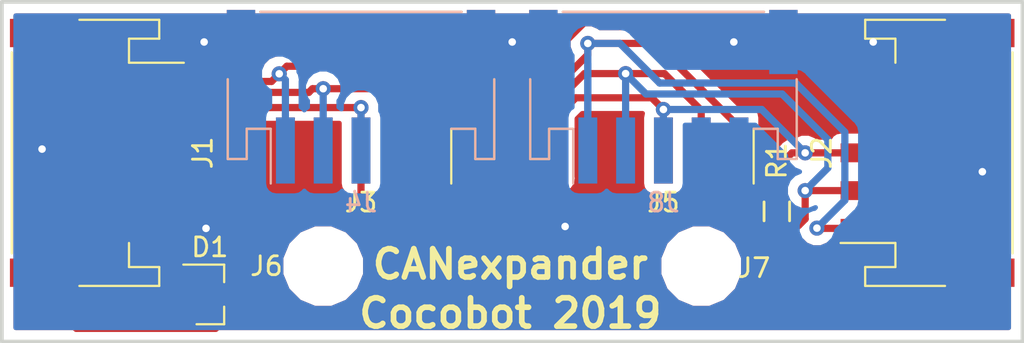
<source format=kicad_pcb>
(kicad_pcb (version 20171130) (host pcbnew "(5.0.0-rc2-108-g8444b1b61-dirty)")

  (general
    (thickness 1.6)
    (drawings 6)
    (tracks 172)
    (zones 0)
    (modules 10)
    (nets 7)
  )

  (page A4)
  (layers
    (0 F.Cu signal)
    (31 B.Cu signal)
    (32 B.Adhes user)
    (33 F.Adhes user)
    (34 B.Paste user)
    (35 F.Paste user)
    (36 B.SilkS user)
    (37 F.SilkS user)
    (38 B.Mask user)
    (39 F.Mask user)
    (40 Dwgs.User user)
    (41 Cmts.User user)
    (42 Eco1.User user)
    (43 Eco2.User user)
    (44 Edge.Cuts user)
    (45 Margin user)
    (46 B.CrtYd user)
    (47 F.CrtYd user)
    (48 B.Fab user hide)
    (49 F.Fab user hide)
  )

  (setup
    (last_trace_width 0.381)
    (user_trace_width 0.381)
    (user_trace_width 0.5)
    (trace_clearance 0.2)
    (zone_clearance 0.508)
    (zone_45_only no)
    (trace_min 0.2)
    (segment_width 0.2)
    (edge_width 0.2)
    (via_size 0.8)
    (via_drill 0.4)
    (via_min_size 0.4)
    (via_min_drill 0.3)
    (uvia_size 0.3)
    (uvia_drill 0.1)
    (uvias_allowed no)
    (uvia_min_size 0.2)
    (uvia_min_drill 0.1)
    (pcb_text_width 0.3)
    (pcb_text_size 1.5 1.5)
    (mod_edge_width 0.15)
    (mod_text_size 1 1)
    (mod_text_width 0.15)
    (pad_size 1.5 1.5)
    (pad_drill 0.6)
    (pad_to_mask_clearance 0)
    (aux_axis_origin 0 0)
    (visible_elements FFFFFF7F)
    (pcbplotparams
      (layerselection 0x010fc_ffffffff)
      (usegerberextensions false)
      (usegerberattributes false)
      (usegerberadvancedattributes false)
      (creategerberjobfile false)
      (excludeedgelayer true)
      (linewidth 0.100000)
      (plotframeref false)
      (viasonmask false)
      (mode 1)
      (useauxorigin false)
      (hpglpennumber 1)
      (hpglpenspeed 20)
      (hpglpendiameter 15.000000)
      (psnegative false)
      (psa4output false)
      (plotreference true)
      (plotvalue true)
      (plotinvisibletext false)
      (padsonsilk false)
      (subtractmaskfromsilk false)
      (outputformat 1)
      (mirror false)
      (drillshape 1)
      (scaleselection 1)
      (outputdirectory ""))
  )

  (net 0 "")
  (net 1 GND)
  (net 2 "Net-(J1-Pad1)")
  (net 3 "Net-(D1-Pad1)")
  (net 4 "Net-(D1-Pad2)")
  (net 5 "Net-(J6-Pad1)")
  (net 6 "Net-(J7-Pad1)")

  (net_class Default "This is the default net class."
    (clearance 0.2)
    (trace_width 0.25)
    (via_dia 0.8)
    (via_drill 0.4)
    (uvia_dia 0.3)
    (uvia_drill 0.1)
    (add_net GND)
    (add_net "Net-(D1-Pad1)")
    (add_net "Net-(D1-Pad2)")
    (add_net "Net-(J1-Pad1)")
    (add_net "Net-(J6-Pad1)")
    (add_net "Net-(J7-Pad1)")
  )

  (module espitall:JST_PH_S5B-PH-SM4-TB_05x2.00mm_Angled (layer B.Cu) (tedit 5B240A0B) (tstamp 5B2415B9)
    (at 85 55)
    (descr "JST PH series connector, S5B-PH-SM4-TB, side entry type, surface mount, Datasheet: http://www.jst-mfg.com/product/pdf/eng/ePH.pdf")
    (tags "connector jst ph")
    (path /5B249965)
    (attr smd)
    (fp_text reference J8 (at 0 5.625) (layer B.SilkS)
      (effects (font (size 1 1) (thickness 0.15)) (justify mirror))
    )
    (fp_text value CocobotCAN (at 0 -5.375) (layer B.Fab)
      (effects (font (size 1 1) (thickness 0.15)) (justify mirror))
    )
    (fp_text user %R (at 0 -1.5) (layer B.Fab)
      (effects (font (size 1 1) (thickness 0.15)) (justify mirror))
    )
    (fp_line (start 7.6 5.13) (end -7.6 5.13) (layer B.CrtYd) (width 0.05))
    (fp_line (start 7.6 -5.07) (end 7.6 5.13) (layer B.CrtYd) (width 0.05))
    (fp_line (start -7.6 -5.07) (end 7.6 -5.07) (layer B.CrtYd) (width 0.05))
    (fp_line (start -7.6 5.13) (end -7.6 -5.07) (layer B.CrtYd) (width 0.05))
    (fp_line (start -4 0.625) (end -3 1.625) (layer B.Fab) (width 0.1))
    (fp_line (start -5 1.625) (end -4 0.625) (layer B.Fab) (width 0.1))
    (fp_line (start -4.775 1.725) (end -4.775 4.625) (layer B.SilkS) (width 0.12))
    (fp_line (start -5.325 -4.475) (end 5.325 -4.475) (layer B.SilkS) (width 0.12))
    (fp_line (start 6.05 1.725) (end 4.775 1.725) (layer B.SilkS) (width 0.12))
    (fp_line (start 6.05 3.325) (end 6.05 1.725) (layer B.SilkS) (width 0.12))
    (fp_line (start 7.05 3.325) (end 6.05 3.325) (layer B.SilkS) (width 0.12))
    (fp_line (start 7.05 -0.9) (end 7.05 3.325) (layer B.SilkS) (width 0.12))
    (fp_line (start -7.05 3.325) (end -7.05 -0.9) (layer B.SilkS) (width 0.12))
    (fp_line (start -6.05 3.325) (end -7.05 3.325) (layer B.SilkS) (width 0.12))
    (fp_line (start -6.05 1.725) (end -6.05 3.325) (layer B.SilkS) (width 0.12))
    (fp_line (start -4.775 1.725) (end -6.05 1.725) (layer B.SilkS) (width 0.12))
    (fp_line (start 6.15 1.625) (end -6.15 1.625) (layer B.Fab) (width 0.1))
    (fp_line (start 6.15 3.225) (end 6.15 1.625) (layer B.Fab) (width 0.1))
    (fp_line (start 6.95 3.225) (end 6.15 3.225) (layer B.Fab) (width 0.1))
    (fp_line (start 6.95 -4.375) (end 6.95 3.225) (layer B.Fab) (width 0.1))
    (fp_line (start -6.95 -4.375) (end 6.95 -4.375) (layer B.Fab) (width 0.1))
    (fp_line (start -6.95 3.225) (end -6.95 -4.375) (layer B.Fab) (width 0.1))
    (fp_line (start -6.15 3.225) (end -6.95 3.225) (layer B.Fab) (width 0.1))
    (fp_line (start -6.15 1.625) (end -6.15 3.225) (layer B.Fab) (width 0.1))
    (pad case smd rect (at 6.35 -2.875) (size 1.5 3.4) (layers B.Cu B.Paste B.Mask)
      (net 1 GND))
    (pad case smd rect (at -6.35 -2.875) (size 1.5 3.4) (layers B.Cu B.Paste B.Mask)
      (net 1 GND))
    (pad 5 smd rect (at 4 2.875) (size 1 3.5) (layers B.Cu B.Paste B.Mask)
      (net 1 GND))
    (pad 4 smd rect (at 2 2.875) (size 1 3.5) (layers B.Cu B.Paste B.Mask)
      (net 1 GND))
    (pad 3 smd rect (at 0 2.875) (size 1 3.5) (layers B.Cu B.Paste B.Mask)
      (net 3 "Net-(D1-Pad1)"))
    (pad 2 smd rect (at -2 2.875) (size 1 3.5) (layers B.Cu B.Paste B.Mask)
      (net 4 "Net-(D1-Pad2)"))
    (pad 1 smd rect (at -4 2.875) (size 1 3.5) (layers B.Cu B.Paste B.Mask)
      (net 2 "Net-(J1-Pad1)"))
    (model /home/damien/prog/cocobot/hardware/step/S5B-PH-SM4-TB.STEP
      (offset (xyz -13.9 12.7 0))
      (scale (xyz 1 1 1))
      (rotate (xyz -90 0 0))
    )
  )

  (module espitall:JST_PH_S5B-PH-SM4-TB_05x2.00mm_Angled (layer F.Cu) (tedit 5B240A0B) (tstamp 5B240F40)
    (at 85 55 180)
    (descr "JST PH series connector, S5B-PH-SM4-TB, side entry type, surface mount, Datasheet: http://www.jst-mfg.com/product/pdf/eng/ePH.pdf")
    (tags "connector jst ph")
    (path /5B0AD0AB)
    (attr smd)
    (fp_text reference J5 (at 0 -5.625 180) (layer F.SilkS)
      (effects (font (size 1 1) (thickness 0.15)))
    )
    (fp_text value CocobotCAN (at 0 5.375 180) (layer F.Fab)
      (effects (font (size 1 1) (thickness 0.15)))
    )
    (fp_text user %R (at 0 1.5 180) (layer F.Fab)
      (effects (font (size 1 1) (thickness 0.15)))
    )
    (fp_line (start 7.6 -5.13) (end -7.6 -5.13) (layer F.CrtYd) (width 0.05))
    (fp_line (start 7.6 5.07) (end 7.6 -5.13) (layer F.CrtYd) (width 0.05))
    (fp_line (start -7.6 5.07) (end 7.6 5.07) (layer F.CrtYd) (width 0.05))
    (fp_line (start -7.6 -5.13) (end -7.6 5.07) (layer F.CrtYd) (width 0.05))
    (fp_line (start -4 -0.625) (end -3 -1.625) (layer F.Fab) (width 0.1))
    (fp_line (start -5 -1.625) (end -4 -0.625) (layer F.Fab) (width 0.1))
    (fp_line (start -4.775 -1.725) (end -4.775 -4.625) (layer F.SilkS) (width 0.12))
    (fp_line (start -5.325 4.475) (end 5.325 4.475) (layer F.SilkS) (width 0.12))
    (fp_line (start 6.05 -1.725) (end 4.775 -1.725) (layer F.SilkS) (width 0.12))
    (fp_line (start 6.05 -3.325) (end 6.05 -1.725) (layer F.SilkS) (width 0.12))
    (fp_line (start 7.05 -3.325) (end 6.05 -3.325) (layer F.SilkS) (width 0.12))
    (fp_line (start 7.05 0.9) (end 7.05 -3.325) (layer F.SilkS) (width 0.12))
    (fp_line (start -7.05 -3.325) (end -7.05 0.9) (layer F.SilkS) (width 0.12))
    (fp_line (start -6.05 -3.325) (end -7.05 -3.325) (layer F.SilkS) (width 0.12))
    (fp_line (start -6.05 -1.725) (end -6.05 -3.325) (layer F.SilkS) (width 0.12))
    (fp_line (start -4.775 -1.725) (end -6.05 -1.725) (layer F.SilkS) (width 0.12))
    (fp_line (start 6.15 -1.625) (end -6.15 -1.625) (layer F.Fab) (width 0.1))
    (fp_line (start 6.15 -3.225) (end 6.15 -1.625) (layer F.Fab) (width 0.1))
    (fp_line (start 6.95 -3.225) (end 6.15 -3.225) (layer F.Fab) (width 0.1))
    (fp_line (start 6.95 4.375) (end 6.95 -3.225) (layer F.Fab) (width 0.1))
    (fp_line (start -6.95 4.375) (end 6.95 4.375) (layer F.Fab) (width 0.1))
    (fp_line (start -6.95 -3.225) (end -6.95 4.375) (layer F.Fab) (width 0.1))
    (fp_line (start -6.15 -3.225) (end -6.95 -3.225) (layer F.Fab) (width 0.1))
    (fp_line (start -6.15 -1.625) (end -6.15 -3.225) (layer F.Fab) (width 0.1))
    (pad case smd rect (at 6.35 2.875 180) (size 1.5 3.4) (layers F.Cu F.Paste F.Mask)
      (net 1 GND))
    (pad case smd rect (at -6.35 2.875 180) (size 1.5 3.4) (layers F.Cu F.Paste F.Mask)
      (net 1 GND))
    (pad 5 smd rect (at 4 -2.875 180) (size 1 3.5) (layers F.Cu F.Paste F.Mask)
      (net 1 GND))
    (pad 4 smd rect (at 2 -2.875 180) (size 1 3.5) (layers F.Cu F.Paste F.Mask)
      (net 1 GND))
    (pad 3 smd rect (at 0 -2.875 180) (size 1 3.5) (layers F.Cu F.Paste F.Mask)
      (net 3 "Net-(D1-Pad1)"))
    (pad 2 smd rect (at -2 -2.875 180) (size 1 3.5) (layers F.Cu F.Paste F.Mask)
      (net 4 "Net-(D1-Pad2)"))
    (pad 1 smd rect (at -4 -2.875 180) (size 1 3.5) (layers F.Cu F.Paste F.Mask)
      (net 2 "Net-(J1-Pad1)"))
    (model /home/damien/prog/cocobot/hardware/step/S5B-PH-SM4-TB.STEP
      (offset (xyz -13.9 12.7 0))
      (scale (xyz 1 1 1))
      (rotate (xyz -90 0 0))
    )
  )

  (module espitall:JST_PH_S5B-PH-SM4-TB_05x2.00mm_Angled (layer B.Cu) (tedit 5B240A0B) (tstamp 5B240F1D)
    (at 69 55)
    (descr "JST PH series connector, S5B-PH-SM4-TB, side entry type, surface mount, Datasheet: http://www.jst-mfg.com/product/pdf/eng/ePH.pdf")
    (tags "connector jst ph")
    (path /5B0AD07D)
    (attr smd)
    (fp_text reference J4 (at 0 5.625) (layer B.SilkS)
      (effects (font (size 1 1) (thickness 0.15)) (justify mirror))
    )
    (fp_text value CocobotCAN (at 0 -5.375) (layer B.Fab)
      (effects (font (size 1 1) (thickness 0.15)) (justify mirror))
    )
    (fp_line (start -6.15 1.625) (end -6.15 3.225) (layer B.Fab) (width 0.1))
    (fp_line (start -6.15 3.225) (end -6.95 3.225) (layer B.Fab) (width 0.1))
    (fp_line (start -6.95 3.225) (end -6.95 -4.375) (layer B.Fab) (width 0.1))
    (fp_line (start -6.95 -4.375) (end 6.95 -4.375) (layer B.Fab) (width 0.1))
    (fp_line (start 6.95 -4.375) (end 6.95 3.225) (layer B.Fab) (width 0.1))
    (fp_line (start 6.95 3.225) (end 6.15 3.225) (layer B.Fab) (width 0.1))
    (fp_line (start 6.15 3.225) (end 6.15 1.625) (layer B.Fab) (width 0.1))
    (fp_line (start 6.15 1.625) (end -6.15 1.625) (layer B.Fab) (width 0.1))
    (fp_line (start -4.775 1.725) (end -6.05 1.725) (layer B.SilkS) (width 0.12))
    (fp_line (start -6.05 1.725) (end -6.05 3.325) (layer B.SilkS) (width 0.12))
    (fp_line (start -6.05 3.325) (end -7.05 3.325) (layer B.SilkS) (width 0.12))
    (fp_line (start -7.05 3.325) (end -7.05 -0.9) (layer B.SilkS) (width 0.12))
    (fp_line (start 7.05 -0.9) (end 7.05 3.325) (layer B.SilkS) (width 0.12))
    (fp_line (start 7.05 3.325) (end 6.05 3.325) (layer B.SilkS) (width 0.12))
    (fp_line (start 6.05 3.325) (end 6.05 1.725) (layer B.SilkS) (width 0.12))
    (fp_line (start 6.05 1.725) (end 4.775 1.725) (layer B.SilkS) (width 0.12))
    (fp_line (start -5.325 -4.475) (end 5.325 -4.475) (layer B.SilkS) (width 0.12))
    (fp_line (start -4.775 1.725) (end -4.775 4.625) (layer B.SilkS) (width 0.12))
    (fp_line (start -5 1.625) (end -4 0.625) (layer B.Fab) (width 0.1))
    (fp_line (start -4 0.625) (end -3 1.625) (layer B.Fab) (width 0.1))
    (fp_line (start -7.6 5.13) (end -7.6 -5.07) (layer B.CrtYd) (width 0.05))
    (fp_line (start -7.6 -5.07) (end 7.6 -5.07) (layer B.CrtYd) (width 0.05))
    (fp_line (start 7.6 -5.07) (end 7.6 5.13) (layer B.CrtYd) (width 0.05))
    (fp_line (start 7.6 5.13) (end -7.6 5.13) (layer B.CrtYd) (width 0.05))
    (fp_text user %R (at 0 -1.5) (layer B.Fab)
      (effects (font (size 1 1) (thickness 0.15)) (justify mirror))
    )
    (pad 1 smd rect (at -4 2.875) (size 1 3.5) (layers B.Cu B.Paste B.Mask)
      (net 2 "Net-(J1-Pad1)"))
    (pad 2 smd rect (at -2 2.875) (size 1 3.5) (layers B.Cu B.Paste B.Mask)
      (net 4 "Net-(D1-Pad2)"))
    (pad 3 smd rect (at 0 2.875) (size 1 3.5) (layers B.Cu B.Paste B.Mask)
      (net 3 "Net-(D1-Pad1)"))
    (pad 4 smd rect (at 2 2.875) (size 1 3.5) (layers B.Cu B.Paste B.Mask)
      (net 1 GND))
    (pad 5 smd rect (at 4 2.875) (size 1 3.5) (layers B.Cu B.Paste B.Mask)
      (net 1 GND))
    (pad case smd rect (at -6.35 -2.875) (size 1.5 3.4) (layers B.Cu B.Paste B.Mask)
      (net 1 GND))
    (pad case smd rect (at 6.35 -2.875) (size 1.5 3.4) (layers B.Cu B.Paste B.Mask)
      (net 1 GND))
    (model /home/damien/prog/cocobot/hardware/step/S5B-PH-SM4-TB.STEP
      (offset (xyz -13.9 12.7 0))
      (scale (xyz 1 1 1))
      (rotate (xyz -90 0 0))
    )
  )

  (module espitall:JST_PH_S5B-PH-SM4-TB_05x2.00mm_Angled locked (layer F.Cu) (tedit 5B240A0B) (tstamp 5B240EFA)
    (at 69 55 180)
    (descr "JST PH series connector, S5B-PH-SM4-TB, side entry type, surface mount, Datasheet: http://www.jst-mfg.com/product/pdf/eng/ePH.pdf")
    (tags "connector jst ph")
    (path /5B0AD01A)
    (attr smd)
    (fp_text reference J3 (at 0 -5.625 180) (layer F.SilkS)
      (effects (font (size 1 1) (thickness 0.15)))
    )
    (fp_text value CocobotCAN (at 0 5.375 180) (layer F.Fab)
      (effects (font (size 1 1) (thickness 0.15)))
    )
    (fp_text user %R (at 0 1.5 180) (layer F.Fab)
      (effects (font (size 1 1) (thickness 0.15)))
    )
    (fp_line (start 7.6 -5.13) (end -7.6 -5.13) (layer F.CrtYd) (width 0.05))
    (fp_line (start 7.6 5.07) (end 7.6 -5.13) (layer F.CrtYd) (width 0.05))
    (fp_line (start -7.6 5.07) (end 7.6 5.07) (layer F.CrtYd) (width 0.05))
    (fp_line (start -7.6 -5.13) (end -7.6 5.07) (layer F.CrtYd) (width 0.05))
    (fp_line (start -4 -0.625) (end -3 -1.625) (layer F.Fab) (width 0.1))
    (fp_line (start -5 -1.625) (end -4 -0.625) (layer F.Fab) (width 0.1))
    (fp_line (start -4.775 -1.725) (end -4.775 -4.625) (layer F.SilkS) (width 0.12))
    (fp_line (start -5.325 4.475) (end 5.325 4.475) (layer F.SilkS) (width 0.12))
    (fp_line (start 6.05 -1.725) (end 4.775 -1.725) (layer F.SilkS) (width 0.12))
    (fp_line (start 6.05 -3.325) (end 6.05 -1.725) (layer F.SilkS) (width 0.12))
    (fp_line (start 7.05 -3.325) (end 6.05 -3.325) (layer F.SilkS) (width 0.12))
    (fp_line (start 7.05 0.9) (end 7.05 -3.325) (layer F.SilkS) (width 0.12))
    (fp_line (start -7.05 -3.325) (end -7.05 0.9) (layer F.SilkS) (width 0.12))
    (fp_line (start -6.05 -3.325) (end -7.05 -3.325) (layer F.SilkS) (width 0.12))
    (fp_line (start -6.05 -1.725) (end -6.05 -3.325) (layer F.SilkS) (width 0.12))
    (fp_line (start -4.775 -1.725) (end -6.05 -1.725) (layer F.SilkS) (width 0.12))
    (fp_line (start 6.15 -1.625) (end -6.15 -1.625) (layer F.Fab) (width 0.1))
    (fp_line (start 6.15 -3.225) (end 6.15 -1.625) (layer F.Fab) (width 0.1))
    (fp_line (start 6.95 -3.225) (end 6.15 -3.225) (layer F.Fab) (width 0.1))
    (fp_line (start 6.95 4.375) (end 6.95 -3.225) (layer F.Fab) (width 0.1))
    (fp_line (start -6.95 4.375) (end 6.95 4.375) (layer F.Fab) (width 0.1))
    (fp_line (start -6.95 -3.225) (end -6.95 4.375) (layer F.Fab) (width 0.1))
    (fp_line (start -6.15 -3.225) (end -6.95 -3.225) (layer F.Fab) (width 0.1))
    (fp_line (start -6.15 -1.625) (end -6.15 -3.225) (layer F.Fab) (width 0.1))
    (pad case smd rect (at 6.35 2.875 180) (size 1.5 3.4) (layers F.Cu F.Paste F.Mask)
      (net 1 GND))
    (pad case smd rect (at -6.35 2.875 180) (size 1.5 3.4) (layers F.Cu F.Paste F.Mask)
      (net 1 GND))
    (pad 5 smd rect (at 4 -2.875 180) (size 1 3.5) (layers F.Cu F.Paste F.Mask)
      (net 1 GND))
    (pad 4 smd rect (at 2 -2.875 180) (size 1 3.5) (layers F.Cu F.Paste F.Mask)
      (net 1 GND))
    (pad 3 smd rect (at 0 -2.875 180) (size 1 3.5) (layers F.Cu F.Paste F.Mask)
      (net 3 "Net-(D1-Pad1)"))
    (pad 2 smd rect (at -2 -2.875 180) (size 1 3.5) (layers F.Cu F.Paste F.Mask)
      (net 4 "Net-(D1-Pad2)"))
    (pad 1 smd rect (at -4 -2.875 180) (size 1 3.5) (layers F.Cu F.Paste F.Mask)
      (net 2 "Net-(J1-Pad1)"))
    (model /home/damien/prog/cocobot/hardware/step/S5B-PH-SM4-TB.STEP
      (offset (xyz -13.9 12.7 0))
      (scale (xyz 1 1 1))
      (rotate (xyz -90 0 0))
    )
  )

  (module espitall:JST_PH_S5B-PH-SM4-TB_05x2.00mm_Angled (layer F.Cu) (tedit 5B240A0B) (tstamp 5B240ED7)
    (at 99 58 90)
    (descr "JST PH series connector, S5B-PH-SM4-TB, side entry type, surface mount, Datasheet: http://www.jst-mfg.com/product/pdf/eng/ePH.pdf")
    (tags "connector jst ph")
    (path /5B0ACFE1)
    (attr smd)
    (fp_text reference J2 (at 0 -5.625 90) (layer F.SilkS)
      (effects (font (size 1 1) (thickness 0.15)))
    )
    (fp_text value CocobotCAN (at 0 5.375 90) (layer F.Fab)
      (effects (font (size 1 1) (thickness 0.15)))
    )
    (fp_line (start -6.15 -1.625) (end -6.15 -3.225) (layer F.Fab) (width 0.1))
    (fp_line (start -6.15 -3.225) (end -6.95 -3.225) (layer F.Fab) (width 0.1))
    (fp_line (start -6.95 -3.225) (end -6.95 4.375) (layer F.Fab) (width 0.1))
    (fp_line (start -6.95 4.375) (end 6.95 4.375) (layer F.Fab) (width 0.1))
    (fp_line (start 6.95 4.375) (end 6.95 -3.225) (layer F.Fab) (width 0.1))
    (fp_line (start 6.95 -3.225) (end 6.15 -3.225) (layer F.Fab) (width 0.1))
    (fp_line (start 6.15 -3.225) (end 6.15 -1.625) (layer F.Fab) (width 0.1))
    (fp_line (start 6.15 -1.625) (end -6.15 -1.625) (layer F.Fab) (width 0.1))
    (fp_line (start -4.775 -1.725) (end -6.05 -1.725) (layer F.SilkS) (width 0.12))
    (fp_line (start -6.05 -1.725) (end -6.05 -3.325) (layer F.SilkS) (width 0.12))
    (fp_line (start -6.05 -3.325) (end -7.05 -3.325) (layer F.SilkS) (width 0.12))
    (fp_line (start -7.05 -3.325) (end -7.05 0.9) (layer F.SilkS) (width 0.12))
    (fp_line (start 7.05 0.9) (end 7.05 -3.325) (layer F.SilkS) (width 0.12))
    (fp_line (start 7.05 -3.325) (end 6.05 -3.325) (layer F.SilkS) (width 0.12))
    (fp_line (start 6.05 -3.325) (end 6.05 -1.725) (layer F.SilkS) (width 0.12))
    (fp_line (start 6.05 -1.725) (end 4.775 -1.725) (layer F.SilkS) (width 0.12))
    (fp_line (start -5.325 4.475) (end 5.325 4.475) (layer F.SilkS) (width 0.12))
    (fp_line (start -4.775 -1.725) (end -4.775 -4.625) (layer F.SilkS) (width 0.12))
    (fp_line (start -5 -1.625) (end -4 -0.625) (layer F.Fab) (width 0.1))
    (fp_line (start -4 -0.625) (end -3 -1.625) (layer F.Fab) (width 0.1))
    (fp_line (start -7.6 -5.13) (end -7.6 5.07) (layer F.CrtYd) (width 0.05))
    (fp_line (start -7.6 5.07) (end 7.6 5.07) (layer F.CrtYd) (width 0.05))
    (fp_line (start 7.6 5.07) (end 7.6 -5.13) (layer F.CrtYd) (width 0.05))
    (fp_line (start 7.6 -5.13) (end -7.6 -5.13) (layer F.CrtYd) (width 0.05))
    (fp_text user %R (at 0 1.5 90) (layer F.Fab)
      (effects (font (size 1 1) (thickness 0.15)))
    )
    (pad 1 smd rect (at -4 -2.875 90) (size 1 3.5) (layers F.Cu F.Paste F.Mask)
      (net 2 "Net-(J1-Pad1)"))
    (pad 2 smd rect (at -2 -2.875 90) (size 1 3.5) (layers F.Cu F.Paste F.Mask)
      (net 4 "Net-(D1-Pad2)"))
    (pad 3 smd rect (at 0 -2.875 90) (size 1 3.5) (layers F.Cu F.Paste F.Mask)
      (net 3 "Net-(D1-Pad1)"))
    (pad 4 smd rect (at 2 -2.875 90) (size 1 3.5) (layers F.Cu F.Paste F.Mask)
      (net 1 GND))
    (pad 5 smd rect (at 4 -2.875 90) (size 1 3.5) (layers F.Cu F.Paste F.Mask)
      (net 1 GND))
    (pad case smd rect (at -6.35 2.875 90) (size 1.5 3.4) (layers F.Cu F.Paste F.Mask)
      (net 1 GND))
    (pad case smd rect (at 6.35 2.875 90) (size 1.5 3.4) (layers F.Cu F.Paste F.Mask)
      (net 1 GND))
    (model /home/damien/prog/cocobot/hardware/step/S5B-PH-SM4-TB.STEP
      (offset (xyz -13.9 12.7 0))
      (scale (xyz 1 1 1))
      (rotate (xyz -90 0 0))
    )
  )

  (module espitall:JST_PH_S5B-PH-SM4-TB_05x2.00mm_Angled (layer F.Cu) (tedit 5B240A0B) (tstamp 5B240EB4)
    (at 55 58 270)
    (descr "JST PH series connector, S5B-PH-SM4-TB, side entry type, surface mount, Datasheet: http://www.jst-mfg.com/product/pdf/eng/ePH.pdf")
    (tags "connector jst ph")
    (path /5B0ACFB2)
    (attr smd)
    (fp_text reference J1 (at 0 -5.625 270) (layer F.SilkS)
      (effects (font (size 1 1) (thickness 0.15)))
    )
    (fp_text value CocobotCAN (at 0 5.375 270) (layer F.Fab)
      (effects (font (size 1 1) (thickness 0.15)))
    )
    (fp_text user %R (at 0 1.5 270) (layer F.Fab)
      (effects (font (size 1 1) (thickness 0.15)))
    )
    (fp_line (start 7.6 -5.13) (end -7.6 -5.13) (layer F.CrtYd) (width 0.05))
    (fp_line (start 7.6 5.07) (end 7.6 -5.13) (layer F.CrtYd) (width 0.05))
    (fp_line (start -7.6 5.07) (end 7.6 5.07) (layer F.CrtYd) (width 0.05))
    (fp_line (start -7.6 -5.13) (end -7.6 5.07) (layer F.CrtYd) (width 0.05))
    (fp_line (start -4 -0.625) (end -3 -1.625) (layer F.Fab) (width 0.1))
    (fp_line (start -5 -1.625) (end -4 -0.625) (layer F.Fab) (width 0.1))
    (fp_line (start -4.775 -1.725) (end -4.775 -4.625) (layer F.SilkS) (width 0.12))
    (fp_line (start -5.325 4.475) (end 5.325 4.475) (layer F.SilkS) (width 0.12))
    (fp_line (start 6.05 -1.725) (end 4.775 -1.725) (layer F.SilkS) (width 0.12))
    (fp_line (start 6.05 -3.325) (end 6.05 -1.725) (layer F.SilkS) (width 0.12))
    (fp_line (start 7.05 -3.325) (end 6.05 -3.325) (layer F.SilkS) (width 0.12))
    (fp_line (start 7.05 0.9) (end 7.05 -3.325) (layer F.SilkS) (width 0.12))
    (fp_line (start -7.05 -3.325) (end -7.05 0.9) (layer F.SilkS) (width 0.12))
    (fp_line (start -6.05 -3.325) (end -7.05 -3.325) (layer F.SilkS) (width 0.12))
    (fp_line (start -6.05 -1.725) (end -6.05 -3.325) (layer F.SilkS) (width 0.12))
    (fp_line (start -4.775 -1.725) (end -6.05 -1.725) (layer F.SilkS) (width 0.12))
    (fp_line (start 6.15 -1.625) (end -6.15 -1.625) (layer F.Fab) (width 0.1))
    (fp_line (start 6.15 -3.225) (end 6.15 -1.625) (layer F.Fab) (width 0.1))
    (fp_line (start 6.95 -3.225) (end 6.15 -3.225) (layer F.Fab) (width 0.1))
    (fp_line (start 6.95 4.375) (end 6.95 -3.225) (layer F.Fab) (width 0.1))
    (fp_line (start -6.95 4.375) (end 6.95 4.375) (layer F.Fab) (width 0.1))
    (fp_line (start -6.95 -3.225) (end -6.95 4.375) (layer F.Fab) (width 0.1))
    (fp_line (start -6.15 -3.225) (end -6.95 -3.225) (layer F.Fab) (width 0.1))
    (fp_line (start -6.15 -1.625) (end -6.15 -3.225) (layer F.Fab) (width 0.1))
    (pad case smd rect (at 6.35 2.875 270) (size 1.5 3.4) (layers F.Cu F.Paste F.Mask)
      (net 1 GND))
    (pad case smd rect (at -6.35 2.875 270) (size 1.5 3.4) (layers F.Cu F.Paste F.Mask)
      (net 1 GND))
    (pad 5 smd rect (at 4 -2.875 270) (size 1 3.5) (layers F.Cu F.Paste F.Mask)
      (net 1 GND))
    (pad 4 smd rect (at 2 -2.875 270) (size 1 3.5) (layers F.Cu F.Paste F.Mask)
      (net 1 GND))
    (pad 3 smd rect (at 0 -2.875 270) (size 1 3.5) (layers F.Cu F.Paste F.Mask)
      (net 3 "Net-(D1-Pad1)"))
    (pad 2 smd rect (at -2 -2.875 270) (size 1 3.5) (layers F.Cu F.Paste F.Mask)
      (net 4 "Net-(D1-Pad2)"))
    (pad 1 smd rect (at -4 -2.875 270) (size 1 3.5) (layers F.Cu F.Paste F.Mask)
      (net 2 "Net-(J1-Pad1)"))
    (model /home/damien/prog/cocobot/hardware/step/S5B-PH-SM4-TB.STEP
      (offset (xyz -13.9 12.7 0))
      (scale (xyz 1 1 1))
      (rotate (xyz -90 0 0))
    )
  )

  (module espitall:SOT-23 (layer F.Cu) (tedit 59D9DAD5) (tstamp 5B200279)
    (at 61 65.5)
    (descr "SOT-23, Standard")
    (tags SOT-23)
    (path /5B201D11)
    (attr smd)
    (fp_text reference D1 (at 0 -2.5) (layer F.SilkS)
      (effects (font (size 1 1) (thickness 0.15)))
    )
    (fp_text value NUP2105LT1G (at 0 2.5) (layer F.Fab)
      (effects (font (size 1 1) (thickness 0.15)))
    )
    (fp_text user %R (at 0 0) (layer F.Fab)
      (effects (font (size 0.5 0.5) (thickness 0.075)))
    )
    (fp_line (start -0.7 -0.95) (end -0.7 1.5) (layer F.Fab) (width 0.1))
    (fp_line (start -0.15 -1.52) (end 0.7 -1.52) (layer F.Fab) (width 0.1))
    (fp_line (start -0.7 -0.95) (end -0.15 -1.52) (layer F.Fab) (width 0.1))
    (fp_line (start 0.7 -1.52) (end 0.7 1.52) (layer F.Fab) (width 0.1))
    (fp_line (start -0.7 1.52) (end 0.7 1.52) (layer F.Fab) (width 0.1))
    (fp_line (start 0.76 1.58) (end 0.76 0.65) (layer F.SilkS) (width 0.12))
    (fp_line (start 0.76 -1.58) (end 0.76 -0.65) (layer F.SilkS) (width 0.12))
    (fp_line (start -1.7 -1.75) (end 1.7 -1.75) (layer F.CrtYd) (width 0.05))
    (fp_line (start 1.7 -1.75) (end 1.7 1.75) (layer F.CrtYd) (width 0.05))
    (fp_line (start 1.7 1.75) (end -1.7 1.75) (layer F.CrtYd) (width 0.05))
    (fp_line (start -1.7 1.75) (end -1.7 -1.75) (layer F.CrtYd) (width 0.05))
    (fp_line (start 0.76 -1.58) (end -1.4 -1.58) (layer F.SilkS) (width 0.12))
    (fp_line (start 0.76 1.58) (end -0.7 1.58) (layer F.SilkS) (width 0.12))
    (pad 1 smd rect (at -1 -0.95) (size 0.9 0.8) (layers F.Cu F.Paste F.Mask)
      (net 3 "Net-(D1-Pad1)"))
    (pad 2 smd rect (at -1 0.95) (size 0.9 0.8) (layers F.Cu F.Paste F.Mask)
      (net 4 "Net-(D1-Pad2)"))
    (pad 3 smd rect (at 1 0) (size 0.9 0.8) (layers F.Cu F.Paste F.Mask)
      (net 1 GND))
    (model /home/damien/prog/cocobot/hardware/step/SW3DPS-SOT-23-DEFAULT.STEP
      (offset (xyz 0 0 0.4999999924907534))
      (scale (xyz 1 1 1))
      (rotate (xyz -90 0 -90))
    )
  )

  (module Mounting_Holes:MountingHole_3.2mm_M3 (layer F.Cu) (tedit 56D1B4CB) (tstamp 5B0AD88C)
    (at 67 64)
    (descr "Mounting Hole 3.2mm, no annular, M3")
    (tags "mounting hole 3.2mm no annular m3")
    (path /5B0AF4BC)
    (attr virtual)
    (fp_text reference J6 (at -3 0) (layer F.SilkS)
      (effects (font (size 1 1) (thickness 0.15)))
    )
    (fp_text value Conn_01x01 (at 0 4.2) (layer F.Fab)
      (effects (font (size 1 1) (thickness 0.15)))
    )
    (fp_circle (center 0 0) (end 3.45 0) (layer F.CrtYd) (width 0.05))
    (fp_circle (center 0 0) (end 3.2 0) (layer Cmts.User) (width 0.15))
    (fp_text user %R (at 0.3 0) (layer F.Fab)
      (effects (font (size 1 1) (thickness 0.15)))
    )
    (pad 1 np_thru_hole circle (at 0 0) (size 3.2 3.2) (drill 3.2) (layers *.Cu *.Mask)
      (net 5 "Net-(J6-Pad1)"))
  )

  (module Mounting_Holes:MountingHole_3.2mm_M3 (layer F.Cu) (tedit 56D1B4CB) (tstamp 5B0AD894)
    (at 87 64)
    (descr "Mounting Hole 3.2mm, no annular, M3")
    (tags "mounting hole 3.2mm no annular m3")
    (path /5B0AF504)
    (attr virtual)
    (fp_text reference J7 (at 2.8 0.1) (layer F.SilkS)
      (effects (font (size 1 1) (thickness 0.15)))
    )
    (fp_text value Conn_01x01 (at 0 4.2) (layer F.Fab)
      (effects (font (size 1 1) (thickness 0.15)))
    )
    (fp_text user %R (at 0.3 0) (layer F.Fab)
      (effects (font (size 1 1) (thickness 0.15)))
    )
    (fp_circle (center 0 0) (end 3.2 0) (layer Cmts.User) (width 0.15))
    (fp_circle (center 0 0) (end 3.45 0) (layer F.CrtYd) (width 0.05))
    (pad 1 np_thru_hole circle (at 0 0) (size 3.2 3.2) (drill 3.2) (layers *.Cu *.Mask)
      (net 6 "Net-(J7-Pad1)"))
  )

  (module espitall:R_0603 (layer F.Cu) (tedit 59D9CCBF) (tstamp 5B0AD8A0)
    (at 91 61.1 270)
    (descr "Resistor SMD 0603, reflow soldering, Vishay (see dcrcw.pdf)")
    (tags "resistor 0603")
    (path /5B0AF678)
    (attr smd)
    (fp_text reference R1 (at -2.674 0.004 90) (layer F.SilkS)
      (effects (font (size 1 1) (thickness 0.15)))
    )
    (fp_text value 120 (at 0 1.9 270) (layer F.Fab)
      (effects (font (size 1 1) (thickness 0.15)))
    )
    (fp_line (start -1.3 -0.8) (end 1.3 -0.8) (layer F.CrtYd) (width 0.05))
    (fp_line (start -1.3 0.8) (end 1.3 0.8) (layer F.CrtYd) (width 0.05))
    (fp_line (start -1.3 -0.8) (end -1.3 0.8) (layer F.CrtYd) (width 0.05))
    (fp_line (start 1.3 -0.8) (end 1.3 0.8) (layer F.CrtYd) (width 0.05))
    (fp_line (start 0.5 0.675) (end -0.5 0.675) (layer F.SilkS) (width 0.15))
    (fp_line (start -0.5 -0.675) (end 0.5 -0.675) (layer F.SilkS) (width 0.15))
    (pad 1 smd rect (at -0.75 0 270) (size 0.5 0.9) (layers F.Cu F.Paste F.Mask)
      (net 3 "Net-(D1-Pad1)"))
    (pad 2 smd rect (at 0.75 0 270) (size 0.5 0.9) (layers F.Cu F.Paste F.Mask)
      (net 4 "Net-(D1-Pad2)"))
    (model "/home/damien/prog/cocobot/hardware/step/SW3DPS-RESISTOR 0603-DEFAULT.STEP"
      (at (xyz 0 0 0))
      (scale (xyz 1 1 1))
      (rotate (xyz -90 0 0))
    )
  )

  (gr_text "Cocobot 2019" (at 76.9 66.5) (layer F.SilkS) (tstamp 5B0AE197)
    (effects (font (size 1.5 1.5) (thickness 0.3)))
  )
  (gr_text CANexpander (at 76.9 63.9) (layer F.SilkS) (tstamp 5B0AE18D)
    (effects (font (size 1.5 1.5) (thickness 0.3)))
  )
  (gr_line (start 50 50) (end 104 50) (layer Edge.Cuts) (width 0.2))
  (gr_line (start 104 50) (end 104 68) (layer Edge.Cuts) (width 0.2))
  (gr_line (start 50 68) (end 104 68) (layer Edge.Cuts) (width 0.2))
  (gr_line (start 50 50) (end 50 68) (layer Edge.Cuts) (width 0.2))

  (segment (start 81 57.875) (end 83 57.875) (width 0.381) (layer F.Cu) (net 1))
  (segment (start 81 60.006) (end 77.206 63.8) (width 0.381) (layer F.Cu) (net 1))
  (segment (start 81 57.875) (end 81 60.006) (width 0.381) (layer F.Cu) (net 1))
  (segment (start 77.206 63.8) (end 70.4 63.8) (width 0.381) (layer F.Cu) (net 1))
  (segment (start 67 60.4) (end 67 57.875) (width 0.381) (layer F.Cu) (net 1))
  (segment (start 70.4 63.8) (end 67 60.4) (width 0.381) (layer F.Cu) (net 1))
  (segment (start 67 57.875) (end 65 57.875) (width 0.381) (layer F.Cu) (net 1))
  (segment (start 65 57.875) (end 62.625 57.875) (width 0.381) (layer F.Cu) (net 1))
  (segment (start 60.5 60) (end 57.875 60) (width 0.381) (layer F.Cu) (net 1))
  (segment (start 62.625 57.875) (end 60.5 60) (width 0.381) (layer F.Cu) (net 1))
  (segment (start 57.875 60) (end 57.875 62) (width 0.381) (layer F.Cu) (net 1))
  (segment (start 52.125 65.481) (end 53.944 67.3) (width 0.381) (layer F.Cu) (net 1))
  (segment (start 52.125 64.35) (end 52.125 65.481) (width 0.381) (layer F.Cu) (net 1))
  (segment (start 53.944 67.3) (end 61.3 67.3) (width 0.381) (layer F.Cu) (net 1))
  (segment (start 62 66.6) (end 62 65.5) (width 0.381) (layer F.Cu) (net 1))
  (segment (start 61.3 67.3) (end 62 66.6) (width 0.381) (layer F.Cu) (net 1))
  (segment (start 52.125 64.35) (end 52.125 63.219) (width 0.381) (layer F.Cu) (net 1))
  (segment (start 52.125 51.65) (end 58.85 51.65) (width 0.381) (layer F.Cu) (net 1))
  (segment (start 59.325 52.125) (end 62.65 52.125) (width 0.381) (layer F.Cu) (net 1))
  (segment (start 58.85 51.65) (end 59.325 52.125) (width 0.381) (layer F.Cu) (net 1))
  (segment (start 62.65 52.125) (end 75.35 52.125) (width 0.381) (layer F.Cu) (net 1))
  (segment (start 75.35 52.125) (end 78.65 52.125) (width 0.381) (layer F.Cu) (net 1))
  (segment (start 88.725 52.125) (end 90.219 52.125) (width 0.381) (layer F.Cu) (net 1))
  (segment (start 90.219 52.125) (end 91.35 52.125) (width 0.381) (layer F.Cu) (net 1))
  (segment (start 80.806 51.1) (end 87.7 51.1) (width 0.381) (layer F.Cu) (net 1))
  (segment (start 79.781 52.125) (end 80.806 51.1) (width 0.381) (layer F.Cu) (net 1))
  (segment (start 87.7 51.1) (end 88.725 52.125) (width 0.381) (layer F.Cu) (net 1))
  (segment (start 78.65 52.125) (end 79.781 52.125) (width 0.381) (layer F.Cu) (net 1))
  (segment (start 101.4 52.125) (end 101.875 51.65) (width 0.381) (layer F.Cu) (net 1))
  (segment (start 96.125 56) (end 96.125 54) (width 0.381) (layer F.Cu) (net 1))
  (segment (start 91.35 52.125) (end 96.1 52.125) (width 0.381) (layer F.Cu) (net 1))
  (segment (start 96.1 52.125) (end 101.4 52.125) (width 0.381) (layer F.Cu) (net 1))
  (segment (start 73 57.875) (end 71 57.875) (width 0.381) (layer B.Cu) (net 1))
  (segment (start 73 57.875) (end 74.225 57.875) (width 0.381) (layer B.Cu) (net 1))
  (segment (start 75.35 56.75) (end 75.35 52.125) (width 0.381) (layer B.Cu) (net 1))
  (segment (start 74.225 57.875) (end 75.35 56.75) (width 0.381) (layer B.Cu) (net 1))
  (segment (start 75.35 52.125) (end 62.65 52.125) (width 0.381) (layer B.Cu) (net 1))
  (segment (start 89 57.875) (end 87 57.875) (width 0.381) (layer B.Cu) (net 1))
  (segment (start 87 57.875) (end 87 60.8) (width 0.381) (layer B.Cu) (net 1))
  (segment (start 87 60.8) (end 85.9 61.9) (width 0.381) (layer B.Cu) (net 1))
  (segment (start 73 60.6) (end 73 57.875) (width 0.381) (layer B.Cu) (net 1))
  (segment (start 74.3 61.9) (end 73 60.6) (width 0.381) (layer B.Cu) (net 1))
  (via (at 88.725 52.125) (size 0.8) (drill 0.4) (layers F.Cu B.Cu) (net 1))
  (segment (start 91.35 52.125) (end 88.725 52.125) (width 0.381) (layer B.Cu) (net 1))
  (segment (start 75.35 52.125) (end 77 52.125) (width 0.381) (layer B.Cu) (net 1))
  (via (at 77 52.125) (size 0.8) (drill 0.4) (layers F.Cu B.Cu) (net 1))
  (segment (start 77 52.125) (end 78.65 52.125) (width 0.381) (layer B.Cu) (net 1))
  (via (at 60.7 52.125) (size 0.8) (drill 0.4) (layers F.Cu B.Cu) (net 1))
  (segment (start 62.65 52.125) (end 60.7 52.125) (width 0.381) (layer B.Cu) (net 1))
  (via (at 52.125 57.8) (size 0.8) (drill 0.4) (layers F.Cu B.Cu) (net 1))
  (segment (start 52.125 55.1) (end 52.125 57.8) (width 0.381) (layer F.Cu) (net 1))
  (segment (start 52.125 55.1) (end 52.125 51.65) (width 0.381) (layer F.Cu) (net 1))
  (segment (start 52.125 63.219) (end 52.125 57.8) (width 0.381) (layer F.Cu) (net 1))
  (via (at 60.8 62) (size 0.8) (drill 0.4) (layers F.Cu B.Cu) (net 1))
  (segment (start 57.875 62) (end 60.8 62) (width 0.381) (layer F.Cu) (net 1))
  (via (at 96.1 52.125) (size 0.8) (drill 0.4) (layers F.Cu B.Cu) (net 1))
  (segment (start 96.125 54) (end 96.125 52.15) (width 0.381) (layer F.Cu) (net 1))
  (segment (start 96.125 52.15) (end 96.1 52.125) (width 0.381) (layer F.Cu) (net 1))
  (via (at 101.875 59) (size 0.8) (drill 0.4) (layers F.Cu B.Cu) (net 1))
  (segment (start 101.875 64.35) (end 101.875 59) (width 0.381) (layer F.Cu) (net 1))
  (segment (start 101.875 51.65) (end 101.875 59) (width 0.381) (layer F.Cu) (net 1))
  (via (at 79.8 61.9) (size 0.8) (drill 0.4) (layers F.Cu B.Cu) (net 1))
  (segment (start 85.9 61.9) (end 79.8 61.9) (width 0.381) (layer B.Cu) (net 1))
  (segment (start 79.8 61.9) (end 74.3 61.9) (width 0.381) (layer B.Cu) (net 1))
  (segment (start 73 56.625) (end 69.784491 53.409491) (width 0.381) (layer F.Cu) (net 2))
  (segment (start 69.784491 53.409491) (end 65.074013 53.409491) (width 0.381) (layer F.Cu) (net 2))
  (segment (start 73 57.875) (end 73 56.625) (width 0.381) (layer F.Cu) (net 2))
  (segment (start 65 54.135476) (end 64.674014 53.80949) (width 0.381) (layer B.Cu) (net 2))
  (segment (start 65 57.875) (end 65 54.135476) (width 0.381) (layer B.Cu) (net 2))
  (via (at 64.674014 53.80949) (size 0.8) (drill 0.4) (layers F.Cu B.Cu) (net 2))
  (segment (start 65.074013 53.409491) (end 64.674014 53.80949) (width 0.381) (layer F.Cu) (net 2))
  (segment (start 64.268003 54.215501) (end 64.674014 53.80949) (width 0.381) (layer F.Cu) (net 2))
  (segment (start 60.221501 54.215501) (end 64.268003 54.215501) (width 0.381) (layer F.Cu) (net 2))
  (segment (start 60.006 54) (end 60.221501 54.215501) (width 0.381) (layer F.Cu) (net 2))
  (segment (start 57.875 54) (end 60.006 54) (width 0.381) (layer F.Cu) (net 2))
  (segment (start 81 57.875) (end 81 53.3) (width 0.381) (layer B.Cu) (net 2))
  (segment (start 89 56.625) (end 89 57.875) (width 0.381) (layer F.Cu) (net 2))
  (via (at 81 52.2) (size 0.8) (drill 0.4) (layers F.Cu B.Cu) (net 2))
  (segment (start 81 57.875) (end 81 52.2) (width 0.381) (layer B.Cu) (net 2))
  (segment (start 84.575 52.2) (end 85.575 53.2) (width 0.381) (layer F.Cu) (net 2))
  (segment (start 81 52.2) (end 84.575 52.2) (width 0.381) (layer F.Cu) (net 2))
  (segment (start 85.384499 53.009499) (end 85.575 53.2) (width 0.381) (layer F.Cu) (net 2))
  (segment (start 85.575 53.2) (end 89 56.625) (width 0.381) (layer F.Cu) (net 2))
  (segment (start 81 52.8) (end 81 52.2) (width 0.381) (layer F.Cu) (net 2))
  (segment (start 73 59.125) (end 74.775 60.9) (width 0.381) (layer F.Cu) (net 2))
  (segment (start 74.775 60.9) (end 76.4 60.9) (width 0.381) (layer F.Cu) (net 2))
  (segment (start 78.4 55.4) (end 81 52.8) (width 0.381) (layer F.Cu) (net 2))
  (segment (start 73 57.875) (end 73 59.125) (width 0.381) (layer F.Cu) (net 2))
  (segment (start 76.4 60.9) (end 78.4 58.9) (width 0.381) (layer F.Cu) (net 2))
  (segment (start 78.4 58.9) (end 78.4 55.4) (width 0.381) (layer F.Cu) (net 2))
  (via (at 93.122245 61.987564) (size 0.8) (drill 0.4) (layers F.Cu B.Cu) (net 2))
  (segment (start 82.7 52.2) (end 84.8 54.3) (width 0.381) (layer B.Cu) (net 2))
  (segment (start 96.125 62) (end 93.134681 62) (width 0.381) (layer F.Cu) (net 2))
  (segment (start 81 52.2) (end 82.7 52.2) (width 0.381) (layer B.Cu) (net 2))
  (segment (start 94.6 60.509809) (end 93.522244 61.587565) (width 0.381) (layer B.Cu) (net 2))
  (segment (start 93.522244 61.587565) (end 93.122245 61.987564) (width 0.381) (layer B.Cu) (net 2))
  (segment (start 94.6 56.9) (end 94.6 60.509809) (width 0.381) (layer B.Cu) (net 2))
  (segment (start 92 54.3) (end 94.6 56.9) (width 0.381) (layer B.Cu) (net 2))
  (segment (start 93.134681 62) (end 93.122245 61.987564) (width 0.381) (layer F.Cu) (net 2))
  (segment (start 84.8 54.3) (end 92 54.3) (width 0.381) (layer B.Cu) (net 2))
  (segment (start 85 57.875) (end 85 55.7) (width 0.381) (layer F.Cu) (net 3))
  (via (at 69 55.6) (size 0.8) (drill 0.4) (layers F.Cu B.Cu) (net 3))
  (segment (start 60.006 58) (end 57.875 58) (width 0.381) (layer F.Cu) (net 3))
  (segment (start 62.7 55.6) (end 60.3 58) (width 0.381) (layer F.Cu) (net 3))
  (segment (start 60.3 58) (end 60.006 58) (width 0.381) (layer F.Cu) (net 3))
  (segment (start 69 55.6) (end 62.7 55.6) (width 0.381) (layer F.Cu) (net 3))
  (via (at 85 55.7) (size 0.8) (drill 0.4) (layers F.Cu B.Cu) (net 3))
  (segment (start 85 57.875) (end 85 55.7) (width 0.381) (layer B.Cu) (net 3))
  (via (at 92.5 58) (size 0.8) (drill 0.4) (layers F.Cu B.Cu) (net 3))
  (segment (start 85 55.7) (end 90.2 55.7) (width 0.381) (layer B.Cu) (net 3))
  (segment (start 90.2 55.7) (end 92.5 58) (width 0.381) (layer B.Cu) (net 3))
  (segment (start 92.5 58) (end 96.125 58) (width 0.381) (layer F.Cu) (net 3))
  (segment (start 91 58.8) (end 91 60.35) (width 0.381) (layer F.Cu) (net 3))
  (segment (start 91.8 58) (end 91 58.8) (width 0.381) (layer F.Cu) (net 3))
  (segment (start 92.5 58) (end 91.8 58) (width 0.381) (layer F.Cu) (net 3))
  (segment (start 60 64.55) (end 56.75 64.55) (width 0.381) (layer F.Cu) (net 3))
  (segment (start 56.75 64.55) (end 54.7 62.5) (width 0.381) (layer F.Cu) (net 3))
  (segment (start 54.7 62.5) (end 54.7 58.7) (width 0.381) (layer F.Cu) (net 3))
  (segment (start 55.4 58) (end 57.875 58) (width 0.381) (layer F.Cu) (net 3))
  (segment (start 54.7 58.7) (end 55.4 58) (width 0.381) (layer F.Cu) (net 3))
  (segment (start 69 57.875) (end 69 55.6) (width 0.381) (layer F.Cu) (net 3))
  (segment (start 84.381011 55.081011) (end 85 55.7) (width 0.381) (layer F.Cu) (net 3))
  (segment (start 69 60.5) (end 70.581011 62.081011) (width 0.381) (layer F.Cu) (net 3))
  (segment (start 69 57.875) (end 69 60.5) (width 0.381) (layer F.Cu) (net 3))
  (segment (start 80.362333 55.081011) (end 84.381011 55.081011) (width 0.381) (layer F.Cu) (net 3))
  (segment (start 70.581011 62.081011) (end 76.862334 62.081011) (width 0.381) (layer F.Cu) (net 3))
  (segment (start 76.862334 62.081011) (end 79.6 59.343345) (width 0.381) (layer F.Cu) (net 3))
  (segment (start 79.6 59.343345) (end 79.6 55.843344) (width 0.381) (layer F.Cu) (net 3))
  (segment (start 79.6 55.843344) (end 80.362333 55.081011) (width 0.381) (layer F.Cu) (net 3))
  (segment (start 69 57.875) (end 69 55.6) (width 0.381) (layer B.Cu) (net 3))
  (segment (start 87 57.875) (end 87 55.744) (width 0.381) (layer F.Cu) (net 4))
  (via (at 67 54.6) (size 0.8) (drill 0.4) (layers F.Cu B.Cu) (net 4))
  (segment (start 67 57.875) (end 67 54.6) (width 0.381) (layer B.Cu) (net 4))
  (segment (start 71 57.875) (end 71 55.744) (width 0.381) (layer F.Cu) (net 4))
  (segment (start 60.006 56) (end 57.875 56) (width 0.381) (layer F.Cu) (net 4))
  (segment (start 71 55.744) (end 70.065499 54.809499) (width 0.381) (layer F.Cu) (net 4))
  (segment (start 69.856 54.6) (end 67 54.6) (width 0.381) (layer F.Cu) (net 4))
  (segment (start 70.065499 54.809499) (end 69.856 54.6) (width 0.381) (layer F.Cu) (net 4))
  (segment (start 60.8 56) (end 57.875 56) (width 0.381) (layer F.Cu) (net 4))
  (segment (start 66.434315 54.6) (end 66.237803 54.796512) (width 0.381) (layer F.Cu) (net 4))
  (segment (start 62.003488 54.796512) (end 60.8 56) (width 0.381) (layer F.Cu) (net 4))
  (segment (start 66.237803 54.796512) (end 62.003488 54.796512) (width 0.381) (layer F.Cu) (net 4))
  (segment (start 67 54.6) (end 66.434315 54.6) (width 0.381) (layer F.Cu) (net 4))
  (segment (start 83 57.875) (end 83 53.8) (width 0.381) (layer B.Cu) (net 4))
  (via (at 83 53.8) (size 0.8) (drill 0.4) (layers F.Cu B.Cu) (net 4))
  (segment (start 85.056 53.8) (end 83 53.8) (width 0.381) (layer F.Cu) (net 4))
  (segment (start 86.2 54.944) (end 85.056 53.8) (width 0.381) (layer F.Cu) (net 4))
  (segment (start 87 55.744) (end 86.2 54.944) (width 0.381) (layer F.Cu) (net 4))
  (segment (start 86.2 54.944) (end 85.756 54.5) (width 0.381) (layer F.Cu) (net 4))
  (segment (start 71 60.006) (end 71 57.875) (width 0.381) (layer F.Cu) (net 4))
  (segment (start 83 53.8) (end 80.821672 53.8) (width 0.381) (layer F.Cu) (net 4))
  (segment (start 76.621672 61.5) (end 72.494 61.5) (width 0.381) (layer F.Cu) (net 4))
  (segment (start 80.821672 53.8) (end 78.981011 55.640661) (width 0.381) (layer F.Cu) (net 4))
  (segment (start 78.981011 55.640661) (end 78.981011 59.140662) (width 0.381) (layer F.Cu) (net 4))
  (segment (start 78.981011 59.140662) (end 76.621672 61.5) (width 0.381) (layer F.Cu) (net 4))
  (segment (start 72.494 61.5) (end 71 60.006) (width 0.381) (layer F.Cu) (net 4))
  (via (at 92.5 60) (size 0.8) (drill 0.4) (layers F.Cu B.Cu) (net 4))
  (segment (start 92.5 60) (end 96.125 60) (width 0.381) (layer F.Cu) (net 4))
  (segment (start 93.7 58.8) (end 92.899999 59.600001) (width 0.381) (layer B.Cu) (net 4))
  (segment (start 92.899999 59.600001) (end 92.5 60) (width 0.381) (layer B.Cu) (net 4))
  (segment (start 93.7 57.3) (end 93.7 58.8) (width 0.381) (layer B.Cu) (net 4))
  (segment (start 84.081009 54.881009) (end 91.281009 54.881009) (width 0.381) (layer B.Cu) (net 4))
  (segment (start 91.281009 54.881009) (end 93.7 57.3) (width 0.381) (layer B.Cu) (net 4))
  (segment (start 83 53.8) (end 84.081009 54.881009) (width 0.381) (layer B.Cu) (net 4))
  (segment (start 91 61.85) (end 92.15 61.85) (width 0.381) (layer F.Cu) (net 4))
  (segment (start 92.5 61.5) (end 92.5 60) (width 0.381) (layer F.Cu) (net 4))
  (segment (start 92.15 61.85) (end 92.5 61.5) (width 0.381) (layer F.Cu) (net 4))
  (segment (start 60 66.45) (end 57.75 66.45) (width 0.381) (layer F.Cu) (net 4))
  (segment (start 57.75 66.45) (end 54.1 62.8) (width 0.381) (layer F.Cu) (net 4))
  (segment (start 54.1 62.8) (end 54.1 57.5) (width 0.381) (layer F.Cu) (net 4))
  (segment (start 55.6 56) (end 57.875 56) (width 0.381) (layer F.Cu) (net 4))
  (segment (start 54.1 57.5) (end 55.6 56) (width 0.381) (layer F.Cu) (net 4))

  (zone (net 1) (net_name GND) (layer F.Cu) (tstamp 5B242351) (hatch edge 0.508)
    (connect_pads yes (clearance 0.508))
    (min_thickness 0.254)
    (fill yes (arc_segments 16) (thermal_gap 0.508) (thermal_bridge_width 0.508))
    (polygon
      (pts
        (xy 50.1 50) (xy 104.1 50) (xy 104.1 68) (xy 50 68)
      )
    )
    (filled_polygon
      (pts
        (xy 103.265001 67.265) (xy 60.936413 67.265) (xy 61.048157 67.097765) (xy 61.09744 66.85) (xy 61.09744 66.05)
        (xy 61.048157 65.802235) (xy 60.907809 65.592191) (xy 60.769836 65.5) (xy 60.907809 65.407809) (xy 61.048157 65.197765)
        (xy 61.09744 64.95) (xy 61.09744 64.15) (xy 61.048157 63.902235) (xy 60.907809 63.692191) (xy 60.703135 63.555431)
        (xy 64.765 63.555431) (xy 64.765 64.444569) (xy 65.105259 65.266026) (xy 65.733974 65.894741) (xy 66.555431 66.235)
        (xy 67.444569 66.235) (xy 68.266026 65.894741) (xy 68.894741 65.266026) (xy 69.235 64.444569) (xy 69.235 63.555431)
        (xy 84.765 63.555431) (xy 84.765 64.444569) (xy 85.105259 65.266026) (xy 85.733974 65.894741) (xy 86.555431 66.235)
        (xy 87.444569 66.235) (xy 88.266026 65.894741) (xy 88.894741 65.266026) (xy 89.235 64.444569) (xy 89.235 63.555431)
        (xy 88.894741 62.733974) (xy 88.266026 62.105259) (xy 87.444569 61.765) (xy 86.555431 61.765) (xy 85.733974 62.105259)
        (xy 85.105259 62.733974) (xy 84.765 63.555431) (xy 69.235 63.555431) (xy 68.894741 62.733974) (xy 68.266026 62.105259)
        (xy 67.444569 61.765) (xy 66.555431 61.765) (xy 65.733974 62.105259) (xy 65.105259 62.733974) (xy 64.765 63.555431)
        (xy 60.703135 63.555431) (xy 60.697765 63.551843) (xy 60.45 63.50256) (xy 59.55 63.50256) (xy 59.302235 63.551843)
        (xy 59.092191 63.692191) (xy 59.070603 63.7245) (xy 57.091933 63.7245) (xy 55.5255 62.158068) (xy 55.5255 59.041933)
        (xy 55.644133 58.9233) (xy 55.667191 58.957809) (xy 55.877235 59.098157) (xy 56.125 59.14744) (xy 59.625 59.14744)
        (xy 59.872765 59.098157) (xy 60.082809 58.957809) (xy 60.171216 58.8255) (xy 60.218699 58.8255) (xy 60.3 58.841672)
        (xy 60.381301 58.8255) (xy 60.381303 58.8255) (xy 60.622094 58.777604) (xy 60.895152 58.595152) (xy 60.941209 58.526223)
        (xy 63.041933 56.4255) (xy 67.85256 56.4255) (xy 67.85256 59.625) (xy 67.901843 59.872765) (xy 68.042191 60.082809)
        (xy 68.174501 60.171216) (xy 68.174501 60.418694) (xy 68.158328 60.5) (xy 68.202566 60.722396) (xy 68.222397 60.822094)
        (xy 68.404849 61.095152) (xy 68.473775 61.141207) (xy 69.939804 62.607237) (xy 69.985859 62.676163) (xy 70.258917 62.858615)
        (xy 70.499708 62.906511) (xy 70.499712 62.906511) (xy 70.58101 62.922682) (xy 70.662308 62.906511) (xy 76.781033 62.906511)
        (xy 76.862334 62.922683) (xy 76.943635 62.906511) (xy 76.943637 62.906511) (xy 77.184428 62.858615) (xy 77.457486 62.676163)
        (xy 77.503543 62.607234) (xy 80.126229 59.98455) (xy 80.195152 59.938497) (xy 80.377604 59.665439) (xy 80.4255 59.424648)
        (xy 80.4255 59.424644) (xy 80.441671 59.343346) (xy 80.4255 59.262048) (xy 80.4255 56.185276) (xy 80.704266 55.906511)
        (xy 83.89602 55.906511) (xy 83.85256 56.125) (xy 83.85256 59.625) (xy 83.901843 59.872765) (xy 84.042191 60.082809)
        (xy 84.252235 60.223157) (xy 84.5 60.27244) (xy 85.5 60.27244) (xy 85.747765 60.223157) (xy 85.957809 60.082809)
        (xy 86 60.019666) (xy 86.042191 60.082809) (xy 86.252235 60.223157) (xy 86.5 60.27244) (xy 87.5 60.27244)
        (xy 87.747765 60.223157) (xy 87.957809 60.082809) (xy 88 60.019666) (xy 88.042191 60.082809) (xy 88.252235 60.223157)
        (xy 88.5 60.27244) (xy 89.5 60.27244) (xy 89.747765 60.223157) (xy 89.90256 60.119725) (xy 89.90256 60.6)
        (xy 89.951843 60.847765) (xy 90.092191 61.057809) (xy 90.155334 61.1) (xy 90.092191 61.142191) (xy 89.951843 61.352235)
        (xy 89.90256 61.6) (xy 89.90256 62.1) (xy 89.951843 62.347765) (xy 90.092191 62.557809) (xy 90.302235 62.698157)
        (xy 90.55 62.74744) (xy 91.45 62.74744) (xy 91.697765 62.698157) (xy 91.731673 62.6755) (xy 92.068699 62.6755)
        (xy 92.15 62.691672) (xy 92.231301 62.6755) (xy 92.231303 62.6755) (xy 92.327363 62.656393) (xy 92.535965 62.864995)
        (xy 92.916371 63.022564) (xy 93.328119 63.022564) (xy 93.708525 62.864995) (xy 93.74802 62.8255) (xy 93.828784 62.8255)
        (xy 93.917191 62.957809) (xy 94.127235 63.098157) (xy 94.375 63.14744) (xy 97.875 63.14744) (xy 98.122765 63.098157)
        (xy 98.332809 62.957809) (xy 98.473157 62.747765) (xy 98.52244 62.5) (xy 98.52244 61.5) (xy 98.473157 61.252235)
        (xy 98.332809 61.042191) (xy 98.269666 61) (xy 98.332809 60.957809) (xy 98.473157 60.747765) (xy 98.52244 60.5)
        (xy 98.52244 59.5) (xy 98.473157 59.252235) (xy 98.332809 59.042191) (xy 98.269666 59) (xy 98.332809 58.957809)
        (xy 98.473157 58.747765) (xy 98.52244 58.5) (xy 98.52244 57.5) (xy 98.473157 57.252235) (xy 98.332809 57.042191)
        (xy 98.122765 56.901843) (xy 97.875 56.85256) (xy 94.375 56.85256) (xy 94.127235 56.901843) (xy 93.917191 57.042191)
        (xy 93.828784 57.1745) (xy 93.138211 57.1745) (xy 93.08628 57.122569) (xy 92.705874 56.965) (xy 92.294126 56.965)
        (xy 91.91372 57.122569) (xy 91.865027 57.171262) (xy 91.8 57.158328) (xy 91.477905 57.222396) (xy 91.391923 57.279848)
        (xy 91.204848 57.404848) (xy 91.158793 57.473774) (xy 90.473777 58.158791) (xy 90.404848 58.204848) (xy 90.222396 58.477907)
        (xy 90.189914 58.641206) (xy 90.158328 58.8) (xy 90.1745 58.881302) (xy 90.174501 59.587193) (xy 90.14744 59.605275)
        (xy 90.14744 56.125) (xy 90.098157 55.877235) (xy 89.957809 55.667191) (xy 89.747765 55.526843) (xy 89.5 55.47756)
        (xy 89.019994 55.47756) (xy 86.216208 52.673776) (xy 86.216206 52.673773) (xy 85.216209 51.673777) (xy 85.170152 51.604848)
        (xy 84.897094 51.422396) (xy 84.656303 51.3745) (xy 84.656301 51.3745) (xy 84.575 51.358328) (xy 84.493699 51.3745)
        (xy 81.638211 51.3745) (xy 81.58628 51.322569) (xy 81.205874 51.165) (xy 80.794126 51.165) (xy 80.41372 51.322569)
        (xy 80.122569 51.61372) (xy 79.965 51.994126) (xy 79.965 52.405874) (xy 80.041648 52.590919) (xy 77.873775 54.758793)
        (xy 77.804849 54.804848) (xy 77.758794 54.873774) (xy 77.622397 55.077906) (xy 77.558328 55.4) (xy 77.574501 55.481306)
        (xy 77.5745 58.558067) (xy 76.058068 60.0745) (xy 75.116933 60.0745) (xy 74.14744 59.105008) (xy 74.14744 56.125)
        (xy 74.098157 55.877235) (xy 73.957809 55.667191) (xy 73.747765 55.526843) (xy 73.5 55.47756) (xy 73.019994 55.47756)
        (xy 70.4257 52.883268) (xy 70.379643 52.814339) (xy 70.106585 52.631887) (xy 69.865794 52.583991) (xy 69.865792 52.583991)
        (xy 69.784491 52.567819) (xy 69.70319 52.583991) (xy 65.155314 52.583991) (xy 65.074012 52.567819) (xy 64.992711 52.583991)
        (xy 64.99271 52.583991) (xy 64.751919 52.631887) (xy 64.538499 52.77449) (xy 64.46814 52.77449) (xy 64.087734 52.932059)
        (xy 63.796583 53.22321) (xy 63.727496 53.390001) (xy 60.578932 53.390001) (xy 60.328094 53.222396) (xy 60.184078 53.19375)
        (xy 60.082809 53.042191) (xy 59.872765 52.901843) (xy 59.625 52.85256) (xy 56.125 52.85256) (xy 55.877235 52.901843)
        (xy 55.667191 53.042191) (xy 55.526843 53.252235) (xy 55.47756 53.5) (xy 55.47756 54.5) (xy 55.526843 54.747765)
        (xy 55.667191 54.957809) (xy 55.730334 55) (xy 55.667191 55.042191) (xy 55.587994 55.160717) (xy 55.518701 55.1745)
        (xy 55.518697 55.1745) (xy 55.277906 55.222396) (xy 55.004848 55.404848) (xy 54.958793 55.473774) (xy 53.573775 56.858793)
        (xy 53.504849 56.904848) (xy 53.458794 56.973774) (xy 53.322397 57.177906) (xy 53.258328 57.5) (xy 53.274501 57.581306)
        (xy 53.2745 62.718698) (xy 53.258328 62.8) (xy 53.2745 62.881301) (xy 53.2745 62.881302) (xy 53.322396 63.122093)
        (xy 53.504848 63.395152) (xy 53.573777 63.441209) (xy 57.108793 66.976226) (xy 57.154848 67.045152) (xy 57.223773 67.091206)
        (xy 57.427906 67.227604) (xy 57.61591 67.265) (xy 50.735 67.265) (xy 50.735 50.735) (xy 103.265 50.735)
      )
    )
  )
  (zone (net 1) (net_name GND) (layer B.Cu) (tstamp 5B24253E) (hatch edge 0.508)
    (connect_pads yes (clearance 0.508))
    (min_thickness 0.254)
    (fill yes (arc_segments 16) (thermal_gap 0.508) (thermal_bridge_width 0.508))
    (polygon
      (pts
        (xy 50.1 50) (xy 104.1 50) (xy 104.1 68) (xy 50 68)
      )
    )
    (filled_polygon
      (pts
        (xy 103.265001 67.265) (xy 50.735 67.265) (xy 50.735 63.555431) (xy 64.765 63.555431) (xy 64.765 64.444569)
        (xy 65.105259 65.266026) (xy 65.733974 65.894741) (xy 66.555431 66.235) (xy 67.444569 66.235) (xy 68.266026 65.894741)
        (xy 68.894741 65.266026) (xy 69.235 64.444569) (xy 69.235 63.555431) (xy 84.765 63.555431) (xy 84.765 64.444569)
        (xy 85.105259 65.266026) (xy 85.733974 65.894741) (xy 86.555431 66.235) (xy 87.444569 66.235) (xy 88.266026 65.894741)
        (xy 88.894741 65.266026) (xy 89.235 64.444569) (xy 89.235 63.555431) (xy 88.894741 62.733974) (xy 88.266026 62.105259)
        (xy 87.444569 61.765) (xy 86.555431 61.765) (xy 85.733974 62.105259) (xy 85.105259 62.733974) (xy 84.765 63.555431)
        (xy 69.235 63.555431) (xy 68.894741 62.733974) (xy 68.266026 62.105259) (xy 67.444569 61.765) (xy 66.555431 61.765)
        (xy 65.733974 62.105259) (xy 65.105259 62.733974) (xy 64.765 63.555431) (xy 50.735 63.555431) (xy 50.735 53.603616)
        (xy 63.639014 53.603616) (xy 63.639014 54.015364) (xy 63.796583 54.39577) (xy 64.087734 54.686921) (xy 64.174501 54.722861)
        (xy 64.174501 55.578784) (xy 64.042191 55.667191) (xy 63.901843 55.877235) (xy 63.85256 56.125) (xy 63.85256 59.625)
        (xy 63.901843 59.872765) (xy 64.042191 60.082809) (xy 64.252235 60.223157) (xy 64.5 60.27244) (xy 65.5 60.27244)
        (xy 65.747765 60.223157) (xy 65.957809 60.082809) (xy 66 60.019666) (xy 66.042191 60.082809) (xy 66.252235 60.223157)
        (xy 66.5 60.27244) (xy 67.5 60.27244) (xy 67.747765 60.223157) (xy 67.957809 60.082809) (xy 68 60.019666)
        (xy 68.042191 60.082809) (xy 68.252235 60.223157) (xy 68.5 60.27244) (xy 69.5 60.27244) (xy 69.747765 60.223157)
        (xy 69.957809 60.082809) (xy 70.098157 59.872765) (xy 70.14744 59.625) (xy 70.14744 56.125) (xy 79.85256 56.125)
        (xy 79.85256 59.625) (xy 79.901843 59.872765) (xy 80.042191 60.082809) (xy 80.252235 60.223157) (xy 80.5 60.27244)
        (xy 81.5 60.27244) (xy 81.747765 60.223157) (xy 81.957809 60.082809) (xy 82 60.019666) (xy 82.042191 60.082809)
        (xy 82.252235 60.223157) (xy 82.5 60.27244) (xy 83.5 60.27244) (xy 83.747765 60.223157) (xy 83.957809 60.082809)
        (xy 84 60.019666) (xy 84.042191 60.082809) (xy 84.252235 60.223157) (xy 84.5 60.27244) (xy 85.5 60.27244)
        (xy 85.747765 60.223157) (xy 85.957809 60.082809) (xy 86.098157 59.872765) (xy 86.14744 59.625) (xy 86.14744 56.5255)
        (xy 89.858068 56.5255) (xy 91.465 58.132433) (xy 91.465 58.205874) (xy 91.622569 58.58628) (xy 91.91372 58.877431)
        (xy 92.209628 59) (xy 91.91372 59.122569) (xy 91.622569 59.41372) (xy 91.465 59.794126) (xy 91.465 60.205874)
        (xy 91.622569 60.58628) (xy 91.91372 60.877431) (xy 92.294126 61.035) (xy 92.705874 61.035) (xy 93.04986 60.892516)
        (xy 92.996018 60.946359) (xy 92.989813 60.952564) (xy 92.916371 60.952564) (xy 92.535965 61.110133) (xy 92.244814 61.401284)
        (xy 92.087245 61.78169) (xy 92.087245 62.193438) (xy 92.244814 62.573844) (xy 92.535965 62.864995) (xy 92.916371 63.022564)
        (xy 93.328119 63.022564) (xy 93.708525 62.864995) (xy 93.999676 62.573844) (xy 94.157245 62.193438) (xy 94.157245 62.119996)
        (xy 94.16345 62.113791) (xy 95.126226 61.151016) (xy 95.195152 61.104961) (xy 95.377604 60.831903) (xy 95.4255 60.591112)
        (xy 95.4255 60.591108) (xy 95.441671 60.50981) (xy 95.4255 60.428512) (xy 95.4255 56.981297) (xy 95.441671 56.899999)
        (xy 95.4255 56.818701) (xy 95.4255 56.818697) (xy 95.377604 56.577906) (xy 95.195152 56.304848) (xy 95.126226 56.258793)
        (xy 92.641209 53.773777) (xy 92.595152 53.704848) (xy 92.322094 53.522396) (xy 92.081303 53.4745) (xy 92.081301 53.4745)
        (xy 92 53.458328) (xy 91.918699 53.4745) (xy 85.141934 53.4745) (xy 83.341209 51.673777) (xy 83.295152 51.604848)
        (xy 83.022094 51.422396) (xy 82.781303 51.3745) (xy 82.781301 51.3745) (xy 82.7 51.358328) (xy 82.618699 51.3745)
        (xy 81.638211 51.3745) (xy 81.58628 51.322569) (xy 81.205874 51.165) (xy 80.794126 51.165) (xy 80.41372 51.322569)
        (xy 80.122569 51.61372) (xy 79.965 51.994126) (xy 79.965 52.405874) (xy 80.122569 52.78628) (xy 80.174501 52.838212)
        (xy 80.1745 55.578784) (xy 80.042191 55.667191) (xy 79.901843 55.877235) (xy 79.85256 56.125) (xy 70.14744 56.125)
        (xy 70.098157 55.877235) (xy 70.035 55.782715) (xy 70.035 55.394126) (xy 69.877431 55.01372) (xy 69.58628 54.722569)
        (xy 69.205874 54.565) (xy 68.794126 54.565) (xy 68.41372 54.722569) (xy 68.122569 55.01372) (xy 67.965 55.394126)
        (xy 67.965 55.677953) (xy 67.957809 55.667191) (xy 67.8255 55.578784) (xy 67.8255 55.238211) (xy 67.877431 55.18628)
        (xy 68.035 54.805874) (xy 68.035 54.394126) (xy 67.877431 54.01372) (xy 67.58628 53.722569) (xy 67.205874 53.565)
        (xy 66.794126 53.565) (xy 66.41372 53.722569) (xy 66.122569 54.01372) (xy 65.965 54.394126) (xy 65.965 54.805874)
        (xy 66.122569 55.18628) (xy 66.174501 55.238212) (xy 66.174501 55.578784) (xy 66.042191 55.667191) (xy 66 55.730334)
        (xy 65.957809 55.667191) (xy 65.8255 55.578784) (xy 65.8255 54.216779) (xy 65.841672 54.135476) (xy 65.777604 53.813381)
        (xy 65.723014 53.731682) (xy 65.709014 53.71073) (xy 65.709014 53.603616) (xy 65.551445 53.22321) (xy 65.260294 52.932059)
        (xy 64.879888 52.77449) (xy 64.46814 52.77449) (xy 64.087734 52.932059) (xy 63.796583 53.22321) (xy 63.639014 53.603616)
        (xy 50.735 53.603616) (xy 50.735 50.735) (xy 103.265 50.735)
      )
    )
  )
)

</source>
